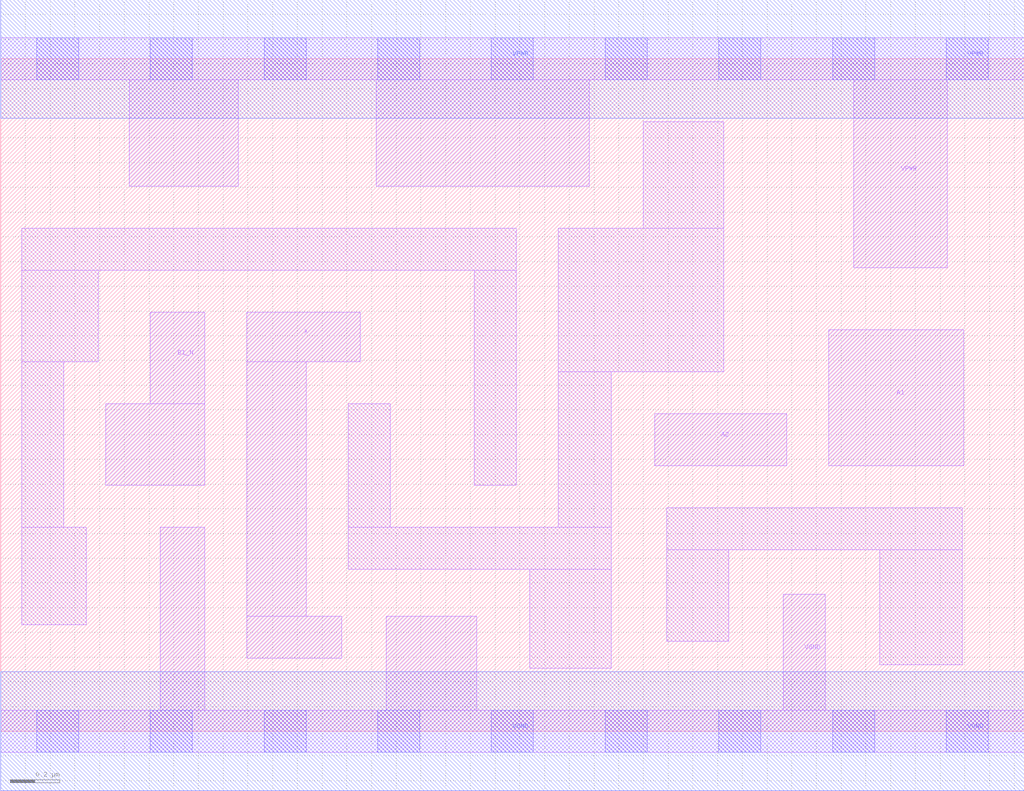
<source format=lef>
# Copyright 2020 The SkyWater PDK Authors
#
# Licensed under the Apache License, Version 2.0 (the "License");
# you may not use this file except in compliance with the License.
# You may obtain a copy of the License at
#
#     https://www.apache.org/licenses/LICENSE-2.0
#
# Unless required by applicable law or agreed to in writing, software
# distributed under the License is distributed on an "AS IS" BASIS,
# WITHOUT WARRANTIES OR CONDITIONS OF ANY KIND, either express or implied.
# See the License for the specific language governing permissions and
# limitations under the License.
#
# SPDX-License-Identifier: Apache-2.0

VERSION 5.7 ;
  NAMESCASESENSITIVE ON ;
  NOWIREEXTENSIONATPIN ON ;
  DIVIDERCHAR "/" ;
  BUSBITCHARS "[]" ;
UNITS
  DATABASE MICRONS 200 ;
END UNITS
PROPERTYDEFINITIONS
  MACRO maskLayoutSubType STRING ;
  MACRO prCellType STRING ;
  MACRO originalViewName STRING ;
END PROPERTYDEFINITIONS
MACRO sky130_fd_sc_hdll__o21ba_2
  CLASS CORE ;
  FOREIGN sky130_fd_sc_hdll__o21ba_2 ;
  ORIGIN  0.000000  0.000000 ;
  SIZE  4.140000 BY  2.720000 ;
  SYMMETRY X Y R90 ;
  SITE unithd ;
  PIN A1
    ANTENNAGATEAREA  0.277500 ;
    DIRECTION INPUT ;
    USE SIGNAL ;
    PORT
      LAYER li1 ;
        RECT 3.350000 1.075000 3.895000 1.625000 ;
    END
  END A1
  PIN A2
    ANTENNAGATEAREA  0.277500 ;
    DIRECTION INPUT ;
    USE SIGNAL ;
    PORT
      LAYER li1 ;
        RECT 2.645000 1.075000 3.180000 1.285000 ;
    END
  END A2
  PIN B1_N
    ANTENNAGATEAREA  0.138600 ;
    DIRECTION INPUT ;
    USE SIGNAL ;
    PORT
      LAYER li1 ;
        RECT 0.425000 0.995000 0.825000 1.325000 ;
        RECT 0.605000 1.325000 0.825000 1.695000 ;
    END
  END B1_N
  PIN VGND
    ANTENNADIFFAREA  0.566000 ;
    DIRECTION INOUT ;
    USE SIGNAL ;
    PORT
      LAYER li1 ;
        RECT 0.000000 -0.085000 4.140000 0.085000 ;
        RECT 0.645000  0.085000 0.825000 0.825000 ;
        RECT 1.560000  0.085000 1.925000 0.465000 ;
        RECT 3.165000  0.085000 3.335000 0.555000 ;
      LAYER mcon ;
        RECT 0.145000 -0.085000 0.315000 0.085000 ;
        RECT 0.605000 -0.085000 0.775000 0.085000 ;
        RECT 1.065000 -0.085000 1.235000 0.085000 ;
        RECT 1.525000 -0.085000 1.695000 0.085000 ;
        RECT 1.985000 -0.085000 2.155000 0.085000 ;
        RECT 2.445000 -0.085000 2.615000 0.085000 ;
        RECT 2.905000 -0.085000 3.075000 0.085000 ;
        RECT 3.365000 -0.085000 3.535000 0.085000 ;
        RECT 3.825000 -0.085000 3.995000 0.085000 ;
      LAYER met1 ;
        RECT 0.000000 -0.240000 4.140000 0.240000 ;
    END
  END VGND
  PIN VPWR
    ANTENNADIFFAREA  1.380700 ;
    DIRECTION INOUT ;
    USE SIGNAL ;
    PORT
      LAYER li1 ;
        RECT 0.000000 2.635000 4.140000 2.805000 ;
        RECT 0.520000 2.205000 0.960000 2.635000 ;
        RECT 1.520000 2.205000 2.380000 2.635000 ;
        RECT 3.450000 1.875000 3.830000 2.635000 ;
      LAYER mcon ;
        RECT 0.145000 2.635000 0.315000 2.805000 ;
        RECT 0.605000 2.635000 0.775000 2.805000 ;
        RECT 1.065000 2.635000 1.235000 2.805000 ;
        RECT 1.525000 2.635000 1.695000 2.805000 ;
        RECT 1.985000 2.635000 2.155000 2.805000 ;
        RECT 2.445000 2.635000 2.615000 2.805000 ;
        RECT 2.905000 2.635000 3.075000 2.805000 ;
        RECT 3.365000 2.635000 3.535000 2.805000 ;
        RECT 3.825000 2.635000 3.995000 2.805000 ;
      LAYER met1 ;
        RECT 0.000000 2.480000 4.140000 2.960000 ;
    END
  END VPWR
  PIN X
    ANTENNADIFFAREA  0.571750 ;
    DIRECTION OUTPUT ;
    USE SIGNAL ;
    PORT
      LAYER li1 ;
        RECT 0.995000 0.295000 1.380000 0.465000 ;
        RECT 0.995000 0.465000 1.235000 1.495000 ;
        RECT 0.995000 1.495000 1.455000 1.695000 ;
    END
  END X
  OBS
    LAYER li1 ;
      RECT 0.085000 0.430000 0.345000 0.825000 ;
      RECT 0.085000 0.825000 0.255000 1.495000 ;
      RECT 0.085000 1.495000 0.395000 1.865000 ;
      RECT 0.085000 1.865000 2.085000 2.035000 ;
      RECT 1.405000 0.655000 2.470000 0.825000 ;
      RECT 1.405000 0.825000 1.575000 1.325000 ;
      RECT 1.915000 0.995000 2.085000 1.865000 ;
      RECT 2.140000 0.255000 2.470000 0.655000 ;
      RECT 2.255000 0.825000 2.470000 1.455000 ;
      RECT 2.255000 1.455000 2.925000 2.035000 ;
      RECT 2.600000 2.035000 2.925000 2.465000 ;
      RECT 2.695000 0.365000 2.945000 0.735000 ;
      RECT 2.695000 0.735000 3.890000 0.905000 ;
      RECT 3.555000 0.270000 3.890000 0.735000 ;
  END
  PROPERTY maskLayoutSubType "abstract" ;
  PROPERTY prCellType "standard" ;
  PROPERTY originalViewName "layout" ;
END sky130_fd_sc_hdll__o21ba_2

</source>
